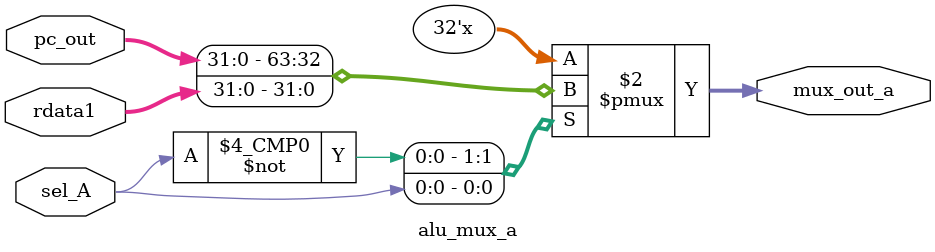
<source format=sv>
module alu_mux_a(
    input logic [31:0] rdata1,
    input logic [31:0] pc_out,
    input logic sel_A, 
    output logic [31:0] mux_out_a 
);
    always_comb
    begin
        case (sel_A)
            1'b0: mux_out_a = pc_out;
            1'b1: mux_out_a = rdata1;
        endcase
    end
endmodule
</source>
